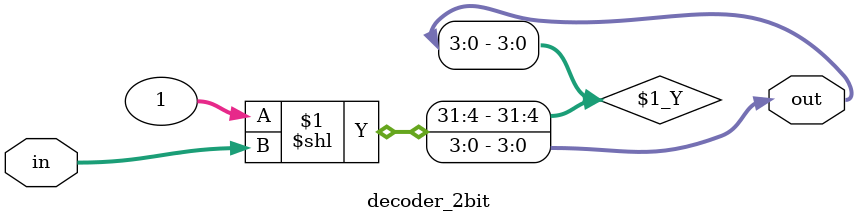
<source format=v>
module decoder_2bit (in, out);
input [1:0]in;
output[3:0]out; 
 
assign out = 1 << in; 
 
endmodule
</source>
